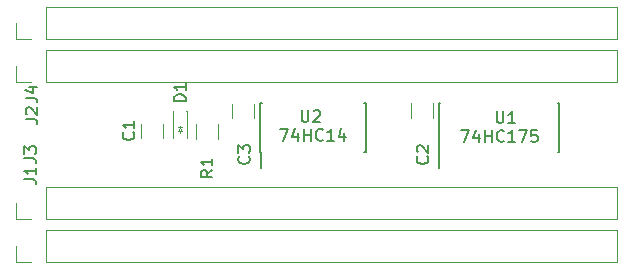
<source format=gto>
G04 #@! TF.GenerationSoftware,KiCad,Pcbnew,(5.1.0)-1*
G04 #@! TF.CreationDate,2019-10-20T16:55:30+02:00*
G04 #@! TF.ProjectId,GTIA Fix,47544941-2046-4697-982e-6b696361645f,rev?*
G04 #@! TF.SameCoordinates,PX989b620PY8062360*
G04 #@! TF.FileFunction,Legend,Top*
G04 #@! TF.FilePolarity,Positive*
%FSLAX46Y46*%
G04 Gerber Fmt 4.6, Leading zero omitted, Abs format (unit mm)*
G04 Created by KiCad (PCBNEW (5.1.0)-1) date 2019-10-20 16:55:30*
%MOMM*%
%LPD*%
G04 APERTURE LIST*
%ADD10C,0.150000*%
%ADD11C,0.100000*%
%ADD12C,0.120000*%
%ADD13R,1.102000X1.302000*%
%ADD14R,0.702000X1.602000*%
%ADD15C,1.352000*%
%ADD16O,1.802000X1.802000*%
%ADD17R,1.802000X1.802000*%
G04 APERTURE END LIST*
D10*
X23594285Y12167620D02*
X24260952Y12167620D01*
X23832380Y11167620D01*
X25070476Y11834286D02*
X25070476Y11167620D01*
X24832380Y12215239D02*
X24594285Y11500953D01*
X25213333Y11500953D01*
X25594285Y11167620D02*
X25594285Y12167620D01*
X25594285Y11691429D02*
X26165714Y11691429D01*
X26165714Y11167620D02*
X26165714Y12167620D01*
X27213333Y11262858D02*
X27165714Y11215239D01*
X27022857Y11167620D01*
X26927619Y11167620D01*
X26784761Y11215239D01*
X26689523Y11310477D01*
X26641904Y11405715D01*
X26594285Y11596191D01*
X26594285Y11739048D01*
X26641904Y11929524D01*
X26689523Y12024762D01*
X26784761Y12120000D01*
X26927619Y12167620D01*
X27022857Y12167620D01*
X27165714Y12120000D01*
X27213333Y12072381D01*
X28165714Y11167620D02*
X27594285Y11167620D01*
X27880000Y11167620D02*
X27880000Y12167620D01*
X27784761Y12024762D01*
X27689523Y11929524D01*
X27594285Y11881905D01*
X29022857Y11834286D02*
X29022857Y11167620D01*
X28784761Y12215239D02*
X28546666Y11500953D01*
X29165714Y11500953D01*
X38918095Y12067620D02*
X39584761Y12067620D01*
X39156190Y11067620D01*
X40394285Y11734286D02*
X40394285Y11067620D01*
X40156190Y12115239D02*
X39918095Y11400953D01*
X40537142Y11400953D01*
X40918095Y11067620D02*
X40918095Y12067620D01*
X40918095Y11591429D02*
X41489523Y11591429D01*
X41489523Y11067620D02*
X41489523Y12067620D01*
X42537142Y11162858D02*
X42489523Y11115239D01*
X42346666Y11067620D01*
X42251428Y11067620D01*
X42108571Y11115239D01*
X42013333Y11210477D01*
X41965714Y11305715D01*
X41918095Y11496191D01*
X41918095Y11639048D01*
X41965714Y11829524D01*
X42013333Y11924762D01*
X42108571Y12020000D01*
X42251428Y12067620D01*
X42346666Y12067620D01*
X42489523Y12020000D01*
X42537142Y11972381D01*
X43489523Y11067620D02*
X42918095Y11067620D01*
X43203809Y11067620D02*
X43203809Y12067620D01*
X43108571Y11924762D01*
X43013333Y11829524D01*
X42918095Y11781905D01*
X43822857Y12067620D02*
X44489523Y12067620D01*
X44060952Y11067620D01*
X45346666Y12067620D02*
X44870476Y12067620D01*
X44822857Y11591429D01*
X44870476Y11639048D01*
X44965714Y11686667D01*
X45203809Y11686667D01*
X45299047Y11639048D01*
X45346666Y11591429D01*
X45394285Y11496191D01*
X45394285Y11258096D01*
X45346666Y11162858D01*
X45299047Y11115239D01*
X45203809Y11067620D01*
X44965714Y11067620D01*
X44870476Y11115239D01*
X44822857Y11162858D01*
D11*
X15110000Y11990000D02*
X15110000Y11840000D01*
X14910000Y11990000D02*
X15110000Y12240000D01*
X15310000Y11990000D02*
X14910000Y11990000D01*
X15110000Y12240000D02*
X15310000Y11990000D01*
X15110000Y12440000D02*
X15110000Y12240000D01*
X15310000Y12290000D02*
X14910000Y12290000D01*
D12*
X14510000Y11440000D02*
X14510000Y13690000D01*
X15710000Y11440000D02*
X15710000Y13690000D01*
X15710000Y13690000D02*
X14510000Y13690000D01*
D10*
X21947200Y10213000D02*
X21947200Y8838000D01*
X30822200Y10213000D02*
X30822200Y14363000D01*
X21922200Y10213000D02*
X21922200Y14363000D01*
X30822200Y10213000D02*
X30707200Y10213000D01*
X30822200Y14363000D02*
X30707200Y14363000D01*
X21922200Y14363000D02*
X22037200Y14363000D01*
X21922200Y10213000D02*
X21947200Y10213000D01*
D12*
X19544000Y14312464D02*
X19544000Y13108336D01*
X21364000Y14312464D02*
X21364000Y13108336D01*
X34707800Y14337864D02*
X34707800Y13133736D01*
X36527800Y14337864D02*
X36527800Y13133736D01*
D10*
X37070200Y10238400D02*
X37070200Y8863400D01*
X47195200Y10238400D02*
X47195200Y14388400D01*
X37045200Y10238400D02*
X37045200Y14388400D01*
X47195200Y10238400D02*
X47090200Y10238400D01*
X47195200Y14388400D02*
X47090200Y14388400D01*
X37045200Y14388400D02*
X37150200Y14388400D01*
X37045200Y10238400D02*
X37070200Y10238400D01*
D12*
X16470600Y12559864D02*
X16470600Y11355736D01*
X18290600Y12559864D02*
X18290600Y11355736D01*
X11847800Y12585264D02*
X11847800Y11381136D01*
X13667800Y12585264D02*
X13667800Y11381136D01*
X1210000Y19807600D02*
X1210000Y21137600D01*
X2540000Y19807600D02*
X1210000Y19807600D01*
X3810000Y19807600D02*
X3810000Y22467600D01*
X3810000Y22467600D02*
X52130000Y22467600D01*
X3810000Y19807600D02*
X52130000Y19807600D01*
X52130000Y19807600D02*
X52130000Y22467600D01*
X1210000Y4567600D02*
X1210000Y5897600D01*
X2540000Y4567600D02*
X1210000Y4567600D01*
X3810000Y4567600D02*
X3810000Y7227600D01*
X3810000Y7227600D02*
X52130000Y7227600D01*
X3810000Y4567600D02*
X52130000Y4567600D01*
X52130000Y4567600D02*
X52130000Y7227600D01*
X1210000Y16150000D02*
X1210000Y17480000D01*
X2540000Y16150000D02*
X1210000Y16150000D01*
X3810000Y16150000D02*
X3810000Y18810000D01*
X3810000Y18810000D02*
X52130000Y18810000D01*
X3810000Y16150000D02*
X52130000Y16150000D01*
X52130000Y16150000D02*
X52130000Y18810000D01*
X1210000Y910000D02*
X1210000Y2240000D01*
X2540000Y910000D02*
X1210000Y910000D01*
X3810000Y910000D02*
X3810000Y3570000D01*
X3810000Y3570000D02*
X52130000Y3570000D01*
X3810000Y910000D02*
X52130000Y910000D01*
X52130000Y910000D02*
X52130000Y3570000D01*
D10*
X15582380Y14511905D02*
X14582380Y14511905D01*
X14582380Y14750000D01*
X14630000Y14892858D01*
X14725238Y14988096D01*
X14820476Y15035715D01*
X15010952Y15083334D01*
X15153809Y15083334D01*
X15344285Y15035715D01*
X15439523Y14988096D01*
X15534761Y14892858D01*
X15582380Y14750000D01*
X15582380Y14511905D01*
X15582380Y16035715D02*
X15582380Y15464286D01*
X15582380Y15750000D02*
X14582380Y15750000D01*
X14725238Y15654762D01*
X14820476Y15559524D01*
X14868095Y15464286D01*
X25418095Y13767620D02*
X25418095Y12958096D01*
X25465714Y12862858D01*
X25513333Y12815239D01*
X25608571Y12767620D01*
X25799047Y12767620D01*
X25894285Y12815239D01*
X25941904Y12862858D01*
X25989523Y12958096D01*
X25989523Y13767620D01*
X26418095Y13672381D02*
X26465714Y13720000D01*
X26560952Y13767620D01*
X26799047Y13767620D01*
X26894285Y13720000D01*
X26941904Y13672381D01*
X26989523Y13577143D01*
X26989523Y13481905D01*
X26941904Y13339048D01*
X26370476Y12767620D01*
X26989523Y12767620D01*
X20938142Y9835334D02*
X20985761Y9787715D01*
X21033380Y9644858D01*
X21033380Y9549620D01*
X20985761Y9406762D01*
X20890523Y9311524D01*
X20795285Y9263905D01*
X20604809Y9216286D01*
X20461952Y9216286D01*
X20271476Y9263905D01*
X20176238Y9311524D01*
X20081000Y9406762D01*
X20033380Y9549620D01*
X20033380Y9644858D01*
X20081000Y9787715D01*
X20128619Y9835334D01*
X20033380Y10168667D02*
X20033380Y10787715D01*
X20414333Y10454381D01*
X20414333Y10597239D01*
X20461952Y10692477D01*
X20509571Y10740096D01*
X20604809Y10787715D01*
X20842904Y10787715D01*
X20938142Y10740096D01*
X20985761Y10692477D01*
X21033380Y10597239D01*
X21033380Y10311524D01*
X20985761Y10216286D01*
X20938142Y10168667D01*
X36051142Y9835334D02*
X36098761Y9787715D01*
X36146380Y9644858D01*
X36146380Y9549620D01*
X36098761Y9406762D01*
X36003523Y9311524D01*
X35908285Y9263905D01*
X35717809Y9216286D01*
X35574952Y9216286D01*
X35384476Y9263905D01*
X35289238Y9311524D01*
X35194000Y9406762D01*
X35146380Y9549620D01*
X35146380Y9644858D01*
X35194000Y9787715D01*
X35241619Y9835334D01*
X35241619Y10216286D02*
X35194000Y10263905D01*
X35146380Y10359143D01*
X35146380Y10597239D01*
X35194000Y10692477D01*
X35241619Y10740096D01*
X35336857Y10787715D01*
X35432095Y10787715D01*
X35574952Y10740096D01*
X36146380Y10168667D01*
X36146380Y10787715D01*
X41918095Y13667620D02*
X41918095Y12858096D01*
X41965714Y12762858D01*
X42013333Y12715239D01*
X42108571Y12667620D01*
X42299047Y12667620D01*
X42394285Y12715239D01*
X42441904Y12762858D01*
X42489523Y12858096D01*
X42489523Y13667620D01*
X43489523Y12667620D02*
X42918095Y12667620D01*
X43203809Y12667620D02*
X43203809Y13667620D01*
X43108571Y13524762D01*
X43013333Y13429524D01*
X42918095Y13381905D01*
X17858380Y8692334D02*
X17382190Y8359000D01*
X17858380Y8120905D02*
X16858380Y8120905D01*
X16858380Y8501858D01*
X16906000Y8597096D01*
X16953619Y8644715D01*
X17048857Y8692334D01*
X17191714Y8692334D01*
X17286952Y8644715D01*
X17334571Y8597096D01*
X17382190Y8501858D01*
X17382190Y8120905D01*
X17858380Y9644715D02*
X17858380Y9073286D01*
X17858380Y9359000D02*
X16858380Y9359000D01*
X17001238Y9263762D01*
X17096476Y9168524D01*
X17144095Y9073286D01*
X11159142Y11867334D02*
X11206761Y11819715D01*
X11254380Y11676858D01*
X11254380Y11581620D01*
X11206761Y11438762D01*
X11111523Y11343524D01*
X11016285Y11295905D01*
X10825809Y11248286D01*
X10682952Y11248286D01*
X10492476Y11295905D01*
X10397238Y11343524D01*
X10302000Y11438762D01*
X10254380Y11581620D01*
X10254380Y11676858D01*
X10302000Y11819715D01*
X10349619Y11867334D01*
X11254380Y12819715D02*
X11254380Y12248286D01*
X11254380Y12534000D02*
X10254380Y12534000D01*
X10397238Y12438762D01*
X10492476Y12343524D01*
X10540095Y12248286D01*
X2032380Y14786667D02*
X2746666Y14786667D01*
X2889523Y14739048D01*
X2984761Y14643810D01*
X3032380Y14500953D01*
X3032380Y14405715D01*
X2365714Y15691429D02*
X3032380Y15691429D01*
X1984761Y15453334D02*
X2699047Y15215239D01*
X2699047Y15834286D01*
X1932380Y9686667D02*
X2646666Y9686667D01*
X2789523Y9639048D01*
X2884761Y9543810D01*
X2932380Y9400953D01*
X2932380Y9305715D01*
X1932380Y10067620D02*
X1932380Y10686667D01*
X2313333Y10353334D01*
X2313333Y10496191D01*
X2360952Y10591429D01*
X2408571Y10639048D01*
X2503809Y10686667D01*
X2741904Y10686667D01*
X2837142Y10639048D01*
X2884761Y10591429D01*
X2932380Y10496191D01*
X2932380Y10210477D01*
X2884761Y10115239D01*
X2837142Y10067620D01*
X2032380Y12986667D02*
X2746666Y12986667D01*
X2889523Y12939048D01*
X2984761Y12843810D01*
X3032380Y12700953D01*
X3032380Y12605715D01*
X2127619Y13415239D02*
X2080000Y13462858D01*
X2032380Y13558096D01*
X2032380Y13796191D01*
X2080000Y13891429D01*
X2127619Y13939048D01*
X2222857Y13986667D01*
X2318095Y13986667D01*
X2460952Y13939048D01*
X3032380Y13367620D01*
X3032380Y13986667D01*
X1932380Y7886667D02*
X2646666Y7886667D01*
X2789523Y7839048D01*
X2884761Y7743810D01*
X2932380Y7600953D01*
X2932380Y7505715D01*
X2932380Y8886667D02*
X2932380Y8315239D01*
X2932380Y8600953D02*
X1932380Y8600953D01*
X2075238Y8505715D01*
X2170476Y8410477D01*
X2218095Y8315239D01*
%LPC*%
D13*
X15110000Y13130000D03*
X15110000Y11150000D03*
D14*
X22562200Y14988000D03*
X23832200Y14988000D03*
X25102200Y14988000D03*
X26372200Y14988000D03*
X27642200Y14988000D03*
X28912200Y14988000D03*
X30182200Y14988000D03*
X30182200Y9588000D03*
X28912200Y9588000D03*
X27642200Y9588000D03*
X26372200Y9588000D03*
X25102200Y9588000D03*
X23832200Y9588000D03*
X22562200Y9588000D03*
D11*
G36*
X21136104Y12985098D02*
G01*
X21162352Y12981204D01*
X21188093Y12974757D01*
X21213078Y12965817D01*
X21237066Y12954472D01*
X21259826Y12940829D01*
X21281140Y12925022D01*
X21300802Y12907202D01*
X21318622Y12887540D01*
X21334429Y12866226D01*
X21348072Y12843466D01*
X21359417Y12819478D01*
X21368357Y12794493D01*
X21374804Y12768752D01*
X21378698Y12742504D01*
X21380000Y12716000D01*
X21380000Y11904800D01*
X21378698Y11878296D01*
X21374804Y11852048D01*
X21368357Y11826307D01*
X21359417Y11801322D01*
X21348072Y11777334D01*
X21334429Y11754574D01*
X21318622Y11733260D01*
X21300802Y11713598D01*
X21281140Y11695778D01*
X21259826Y11679971D01*
X21237066Y11666328D01*
X21213078Y11654983D01*
X21188093Y11646043D01*
X21162352Y11639596D01*
X21136104Y11635702D01*
X21109600Y11634400D01*
X19798400Y11634400D01*
X19771896Y11635702D01*
X19745648Y11639596D01*
X19719907Y11646043D01*
X19694922Y11654983D01*
X19670934Y11666328D01*
X19648174Y11679971D01*
X19626860Y11695778D01*
X19607198Y11713598D01*
X19589378Y11733260D01*
X19573571Y11754574D01*
X19559928Y11777334D01*
X19548583Y11801322D01*
X19539643Y11826307D01*
X19533196Y11852048D01*
X19529302Y11878296D01*
X19528000Y11904800D01*
X19528000Y12716000D01*
X19529302Y12742504D01*
X19533196Y12768752D01*
X19539643Y12794493D01*
X19548583Y12819478D01*
X19559928Y12843466D01*
X19573571Y12866226D01*
X19589378Y12887540D01*
X19607198Y12907202D01*
X19626860Y12925022D01*
X19648174Y12940829D01*
X19670934Y12954472D01*
X19694922Y12965817D01*
X19719907Y12974757D01*
X19745648Y12981204D01*
X19771896Y12985098D01*
X19798400Y12986400D01*
X21109600Y12986400D01*
X21136104Y12985098D01*
X21136104Y12985098D01*
G37*
D15*
X20454000Y12310400D03*
D11*
G36*
X21136104Y15785098D02*
G01*
X21162352Y15781204D01*
X21188093Y15774757D01*
X21213078Y15765817D01*
X21237066Y15754472D01*
X21259826Y15740829D01*
X21281140Y15725022D01*
X21300802Y15707202D01*
X21318622Y15687540D01*
X21334429Y15666226D01*
X21348072Y15643466D01*
X21359417Y15619478D01*
X21368357Y15594493D01*
X21374804Y15568752D01*
X21378698Y15542504D01*
X21380000Y15516000D01*
X21380000Y14704800D01*
X21378698Y14678296D01*
X21374804Y14652048D01*
X21368357Y14626307D01*
X21359417Y14601322D01*
X21348072Y14577334D01*
X21334429Y14554574D01*
X21318622Y14533260D01*
X21300802Y14513598D01*
X21281140Y14495778D01*
X21259826Y14479971D01*
X21237066Y14466328D01*
X21213078Y14454983D01*
X21188093Y14446043D01*
X21162352Y14439596D01*
X21136104Y14435702D01*
X21109600Y14434400D01*
X19798400Y14434400D01*
X19771896Y14435702D01*
X19745648Y14439596D01*
X19719907Y14446043D01*
X19694922Y14454983D01*
X19670934Y14466328D01*
X19648174Y14479971D01*
X19626860Y14495778D01*
X19607198Y14513598D01*
X19589378Y14533260D01*
X19573571Y14554574D01*
X19559928Y14577334D01*
X19548583Y14601322D01*
X19539643Y14626307D01*
X19533196Y14652048D01*
X19529302Y14678296D01*
X19528000Y14704800D01*
X19528000Y15516000D01*
X19529302Y15542504D01*
X19533196Y15568752D01*
X19539643Y15594493D01*
X19548583Y15619478D01*
X19559928Y15643466D01*
X19573571Y15666226D01*
X19589378Y15687540D01*
X19607198Y15707202D01*
X19626860Y15725022D01*
X19648174Y15740829D01*
X19670934Y15754472D01*
X19694922Y15765817D01*
X19719907Y15774757D01*
X19745648Y15781204D01*
X19771896Y15785098D01*
X19798400Y15786400D01*
X21109600Y15786400D01*
X21136104Y15785098D01*
X21136104Y15785098D01*
G37*
D15*
X20454000Y15110400D03*
D11*
G36*
X36299904Y13010498D02*
G01*
X36326152Y13006604D01*
X36351893Y13000157D01*
X36376878Y12991217D01*
X36400866Y12979872D01*
X36423626Y12966229D01*
X36444940Y12950422D01*
X36464602Y12932602D01*
X36482422Y12912940D01*
X36498229Y12891626D01*
X36511872Y12868866D01*
X36523217Y12844878D01*
X36532157Y12819893D01*
X36538604Y12794152D01*
X36542498Y12767904D01*
X36543800Y12741400D01*
X36543800Y11930200D01*
X36542498Y11903696D01*
X36538604Y11877448D01*
X36532157Y11851707D01*
X36523217Y11826722D01*
X36511872Y11802734D01*
X36498229Y11779974D01*
X36482422Y11758660D01*
X36464602Y11738998D01*
X36444940Y11721178D01*
X36423626Y11705371D01*
X36400866Y11691728D01*
X36376878Y11680383D01*
X36351893Y11671443D01*
X36326152Y11664996D01*
X36299904Y11661102D01*
X36273400Y11659800D01*
X34962200Y11659800D01*
X34935696Y11661102D01*
X34909448Y11664996D01*
X34883707Y11671443D01*
X34858722Y11680383D01*
X34834734Y11691728D01*
X34811974Y11705371D01*
X34790660Y11721178D01*
X34770998Y11738998D01*
X34753178Y11758660D01*
X34737371Y11779974D01*
X34723728Y11802734D01*
X34712383Y11826722D01*
X34703443Y11851707D01*
X34696996Y11877448D01*
X34693102Y11903696D01*
X34691800Y11930200D01*
X34691800Y12741400D01*
X34693102Y12767904D01*
X34696996Y12794152D01*
X34703443Y12819893D01*
X34712383Y12844878D01*
X34723728Y12868866D01*
X34737371Y12891626D01*
X34753178Y12912940D01*
X34770998Y12932602D01*
X34790660Y12950422D01*
X34811974Y12966229D01*
X34834734Y12979872D01*
X34858722Y12991217D01*
X34883707Y13000157D01*
X34909448Y13006604D01*
X34935696Y13010498D01*
X34962200Y13011800D01*
X36273400Y13011800D01*
X36299904Y13010498D01*
X36299904Y13010498D01*
G37*
D15*
X35617800Y12335800D03*
D11*
G36*
X36299904Y15810498D02*
G01*
X36326152Y15806604D01*
X36351893Y15800157D01*
X36376878Y15791217D01*
X36400866Y15779872D01*
X36423626Y15766229D01*
X36444940Y15750422D01*
X36464602Y15732602D01*
X36482422Y15712940D01*
X36498229Y15691626D01*
X36511872Y15668866D01*
X36523217Y15644878D01*
X36532157Y15619893D01*
X36538604Y15594152D01*
X36542498Y15567904D01*
X36543800Y15541400D01*
X36543800Y14730200D01*
X36542498Y14703696D01*
X36538604Y14677448D01*
X36532157Y14651707D01*
X36523217Y14626722D01*
X36511872Y14602734D01*
X36498229Y14579974D01*
X36482422Y14558660D01*
X36464602Y14538998D01*
X36444940Y14521178D01*
X36423626Y14505371D01*
X36400866Y14491728D01*
X36376878Y14480383D01*
X36351893Y14471443D01*
X36326152Y14464996D01*
X36299904Y14461102D01*
X36273400Y14459800D01*
X34962200Y14459800D01*
X34935696Y14461102D01*
X34909448Y14464996D01*
X34883707Y14471443D01*
X34858722Y14480383D01*
X34834734Y14491728D01*
X34811974Y14505371D01*
X34790660Y14521178D01*
X34770998Y14538998D01*
X34753178Y14558660D01*
X34737371Y14579974D01*
X34723728Y14602734D01*
X34712383Y14626722D01*
X34703443Y14651707D01*
X34696996Y14677448D01*
X34693102Y14703696D01*
X34691800Y14730200D01*
X34691800Y15541400D01*
X34693102Y15567904D01*
X34696996Y15594152D01*
X34703443Y15619893D01*
X34712383Y15644878D01*
X34723728Y15668866D01*
X34737371Y15691626D01*
X34753178Y15712940D01*
X34770998Y15732602D01*
X34790660Y15750422D01*
X34811974Y15766229D01*
X34834734Y15779872D01*
X34858722Y15791217D01*
X34883707Y15800157D01*
X34909448Y15806604D01*
X34935696Y15810498D01*
X34962200Y15811800D01*
X36273400Y15811800D01*
X36299904Y15810498D01*
X36299904Y15810498D01*
G37*
D15*
X35617800Y15135800D03*
D14*
X37675200Y15013400D03*
X38945200Y15013400D03*
X40215200Y15013400D03*
X41485200Y15013400D03*
X42755200Y15013400D03*
X44025200Y15013400D03*
X45295200Y15013400D03*
X46565200Y15013400D03*
X46565200Y9613400D03*
X45295200Y9613400D03*
X44025200Y9613400D03*
X42755200Y9613400D03*
X41485200Y9613400D03*
X40215200Y9613400D03*
X38945200Y9613400D03*
X37675200Y9613400D03*
D11*
G36*
X18062704Y11232498D02*
G01*
X18088952Y11228604D01*
X18114693Y11222157D01*
X18139678Y11213217D01*
X18163666Y11201872D01*
X18186426Y11188229D01*
X18207740Y11172422D01*
X18227402Y11154602D01*
X18245222Y11134940D01*
X18261029Y11113626D01*
X18274672Y11090866D01*
X18286017Y11066878D01*
X18294957Y11041893D01*
X18301404Y11016152D01*
X18305298Y10989904D01*
X18306600Y10963400D01*
X18306600Y10152200D01*
X18305298Y10125696D01*
X18301404Y10099448D01*
X18294957Y10073707D01*
X18286017Y10048722D01*
X18274672Y10024734D01*
X18261029Y10001974D01*
X18245222Y9980660D01*
X18227402Y9960998D01*
X18207740Y9943178D01*
X18186426Y9927371D01*
X18163666Y9913728D01*
X18139678Y9902383D01*
X18114693Y9893443D01*
X18088952Y9886996D01*
X18062704Y9883102D01*
X18036200Y9881800D01*
X16725000Y9881800D01*
X16698496Y9883102D01*
X16672248Y9886996D01*
X16646507Y9893443D01*
X16621522Y9902383D01*
X16597534Y9913728D01*
X16574774Y9927371D01*
X16553460Y9943178D01*
X16533798Y9960998D01*
X16515978Y9980660D01*
X16500171Y10001974D01*
X16486528Y10024734D01*
X16475183Y10048722D01*
X16466243Y10073707D01*
X16459796Y10099448D01*
X16455902Y10125696D01*
X16454600Y10152200D01*
X16454600Y10963400D01*
X16455902Y10989904D01*
X16459796Y11016152D01*
X16466243Y11041893D01*
X16475183Y11066878D01*
X16486528Y11090866D01*
X16500171Y11113626D01*
X16515978Y11134940D01*
X16533798Y11154602D01*
X16553460Y11172422D01*
X16574774Y11188229D01*
X16597534Y11201872D01*
X16621522Y11213217D01*
X16646507Y11222157D01*
X16672248Y11228604D01*
X16698496Y11232498D01*
X16725000Y11233800D01*
X18036200Y11233800D01*
X18062704Y11232498D01*
X18062704Y11232498D01*
G37*
D15*
X17380600Y10557800D03*
D11*
G36*
X18062704Y14032498D02*
G01*
X18088952Y14028604D01*
X18114693Y14022157D01*
X18139678Y14013217D01*
X18163666Y14001872D01*
X18186426Y13988229D01*
X18207740Y13972422D01*
X18227402Y13954602D01*
X18245222Y13934940D01*
X18261029Y13913626D01*
X18274672Y13890866D01*
X18286017Y13866878D01*
X18294957Y13841893D01*
X18301404Y13816152D01*
X18305298Y13789904D01*
X18306600Y13763400D01*
X18306600Y12952200D01*
X18305298Y12925696D01*
X18301404Y12899448D01*
X18294957Y12873707D01*
X18286017Y12848722D01*
X18274672Y12824734D01*
X18261029Y12801974D01*
X18245222Y12780660D01*
X18227402Y12760998D01*
X18207740Y12743178D01*
X18186426Y12727371D01*
X18163666Y12713728D01*
X18139678Y12702383D01*
X18114693Y12693443D01*
X18088952Y12686996D01*
X18062704Y12683102D01*
X18036200Y12681800D01*
X16725000Y12681800D01*
X16698496Y12683102D01*
X16672248Y12686996D01*
X16646507Y12693443D01*
X16621522Y12702383D01*
X16597534Y12713728D01*
X16574774Y12727371D01*
X16553460Y12743178D01*
X16533798Y12760998D01*
X16515978Y12780660D01*
X16500171Y12801974D01*
X16486528Y12824734D01*
X16475183Y12848722D01*
X16466243Y12873707D01*
X16459796Y12899448D01*
X16455902Y12925696D01*
X16454600Y12952200D01*
X16454600Y13763400D01*
X16455902Y13789904D01*
X16459796Y13816152D01*
X16466243Y13841893D01*
X16475183Y13866878D01*
X16486528Y13890866D01*
X16500171Y13913626D01*
X16515978Y13934940D01*
X16533798Y13954602D01*
X16553460Y13972422D01*
X16574774Y13988229D01*
X16597534Y14001872D01*
X16621522Y14013217D01*
X16646507Y14022157D01*
X16672248Y14028604D01*
X16698496Y14032498D01*
X16725000Y14033800D01*
X18036200Y14033800D01*
X18062704Y14032498D01*
X18062704Y14032498D01*
G37*
D15*
X17380600Y13357800D03*
D11*
G36*
X13439904Y11257898D02*
G01*
X13466152Y11254004D01*
X13491893Y11247557D01*
X13516878Y11238617D01*
X13540866Y11227272D01*
X13563626Y11213629D01*
X13584940Y11197822D01*
X13604602Y11180002D01*
X13622422Y11160340D01*
X13638229Y11139026D01*
X13651872Y11116266D01*
X13663217Y11092278D01*
X13672157Y11067293D01*
X13678604Y11041552D01*
X13682498Y11015304D01*
X13683800Y10988800D01*
X13683800Y10177600D01*
X13682498Y10151096D01*
X13678604Y10124848D01*
X13672157Y10099107D01*
X13663217Y10074122D01*
X13651872Y10050134D01*
X13638229Y10027374D01*
X13622422Y10006060D01*
X13604602Y9986398D01*
X13584940Y9968578D01*
X13563626Y9952771D01*
X13540866Y9939128D01*
X13516878Y9927783D01*
X13491893Y9918843D01*
X13466152Y9912396D01*
X13439904Y9908502D01*
X13413400Y9907200D01*
X12102200Y9907200D01*
X12075696Y9908502D01*
X12049448Y9912396D01*
X12023707Y9918843D01*
X11998722Y9927783D01*
X11974734Y9939128D01*
X11951974Y9952771D01*
X11930660Y9968578D01*
X11910998Y9986398D01*
X11893178Y10006060D01*
X11877371Y10027374D01*
X11863728Y10050134D01*
X11852383Y10074122D01*
X11843443Y10099107D01*
X11836996Y10124848D01*
X11833102Y10151096D01*
X11831800Y10177600D01*
X11831800Y10988800D01*
X11833102Y11015304D01*
X11836996Y11041552D01*
X11843443Y11067293D01*
X11852383Y11092278D01*
X11863728Y11116266D01*
X11877371Y11139026D01*
X11893178Y11160340D01*
X11910998Y11180002D01*
X11930660Y11197822D01*
X11951974Y11213629D01*
X11974734Y11227272D01*
X11998722Y11238617D01*
X12023707Y11247557D01*
X12049448Y11254004D01*
X12075696Y11257898D01*
X12102200Y11259200D01*
X13413400Y11259200D01*
X13439904Y11257898D01*
X13439904Y11257898D01*
G37*
D15*
X12757800Y10583200D03*
D11*
G36*
X13439904Y14057898D02*
G01*
X13466152Y14054004D01*
X13491893Y14047557D01*
X13516878Y14038617D01*
X13540866Y14027272D01*
X13563626Y14013629D01*
X13584940Y13997822D01*
X13604602Y13980002D01*
X13622422Y13960340D01*
X13638229Y13939026D01*
X13651872Y13916266D01*
X13663217Y13892278D01*
X13672157Y13867293D01*
X13678604Y13841552D01*
X13682498Y13815304D01*
X13683800Y13788800D01*
X13683800Y12977600D01*
X13682498Y12951096D01*
X13678604Y12924848D01*
X13672157Y12899107D01*
X13663217Y12874122D01*
X13651872Y12850134D01*
X13638229Y12827374D01*
X13622422Y12806060D01*
X13604602Y12786398D01*
X13584940Y12768578D01*
X13563626Y12752771D01*
X13540866Y12739128D01*
X13516878Y12727783D01*
X13491893Y12718843D01*
X13466152Y12712396D01*
X13439904Y12708502D01*
X13413400Y12707200D01*
X12102200Y12707200D01*
X12075696Y12708502D01*
X12049448Y12712396D01*
X12023707Y12718843D01*
X11998722Y12727783D01*
X11974734Y12739128D01*
X11951974Y12752771D01*
X11930660Y12768578D01*
X11910998Y12786398D01*
X11893178Y12806060D01*
X11877371Y12827374D01*
X11863728Y12850134D01*
X11852383Y12874122D01*
X11843443Y12899107D01*
X11836996Y12924848D01*
X11833102Y12951096D01*
X11831800Y12977600D01*
X11831800Y13788800D01*
X11833102Y13815304D01*
X11836996Y13841552D01*
X11843443Y13867293D01*
X11852383Y13892278D01*
X11863728Y13916266D01*
X11877371Y13939026D01*
X11893178Y13960340D01*
X11910998Y13980002D01*
X11930660Y13997822D01*
X11951974Y14013629D01*
X11974734Y14027272D01*
X11998722Y14038617D01*
X12023707Y14047557D01*
X12049448Y14054004D01*
X12075696Y14057898D01*
X12102200Y14059200D01*
X13413400Y14059200D01*
X13439904Y14057898D01*
X13439904Y14057898D01*
G37*
D15*
X12757800Y13383200D03*
D16*
X50800000Y21137600D03*
X48260000Y21137600D03*
X45720000Y21137600D03*
X43180000Y21137600D03*
X40640000Y21137600D03*
X38100000Y21137600D03*
X35560000Y21137600D03*
X33020000Y21137600D03*
X30480000Y21137600D03*
X27940000Y21137600D03*
X25400000Y21137600D03*
X22860000Y21137600D03*
X20320000Y21137600D03*
X17780000Y21137600D03*
X15240000Y21137600D03*
X12700000Y21137600D03*
X10160000Y21137600D03*
X7620000Y21137600D03*
X5080000Y21137600D03*
D17*
X2540000Y21137600D03*
D16*
X50800000Y5897600D03*
X48260000Y5897600D03*
X45720000Y5897600D03*
X43180000Y5897600D03*
X40640000Y5897600D03*
X38100000Y5897600D03*
X35560000Y5897600D03*
X33020000Y5897600D03*
X30480000Y5897600D03*
X27940000Y5897600D03*
X25400000Y5897600D03*
X22860000Y5897600D03*
X20320000Y5897600D03*
X17780000Y5897600D03*
X15240000Y5897600D03*
X12700000Y5897600D03*
X10160000Y5897600D03*
X7620000Y5897600D03*
X5080000Y5897600D03*
D17*
X2540000Y5897600D03*
D16*
X50800000Y17480000D03*
X48260000Y17480000D03*
X45720000Y17480000D03*
X43180000Y17480000D03*
X40640000Y17480000D03*
X38100000Y17480000D03*
X35560000Y17480000D03*
X33020000Y17480000D03*
X30480000Y17480000D03*
X27940000Y17480000D03*
X25400000Y17480000D03*
X22860000Y17480000D03*
X20320000Y17480000D03*
X17780000Y17480000D03*
X15240000Y17480000D03*
X12700000Y17480000D03*
X10160000Y17480000D03*
X7620000Y17480000D03*
X5080000Y17480000D03*
D17*
X2540000Y17480000D03*
D16*
X50800000Y2240000D03*
X48260000Y2240000D03*
X45720000Y2240000D03*
X43180000Y2240000D03*
X40640000Y2240000D03*
X38100000Y2240000D03*
X35560000Y2240000D03*
X33020000Y2240000D03*
X30480000Y2240000D03*
X27940000Y2240000D03*
X25400000Y2240000D03*
X22860000Y2240000D03*
X20320000Y2240000D03*
X17780000Y2240000D03*
X15240000Y2240000D03*
X12700000Y2240000D03*
X10160000Y2240000D03*
X7620000Y2240000D03*
X5080000Y2240000D03*
D17*
X2540000Y2240000D03*
M02*

</source>
